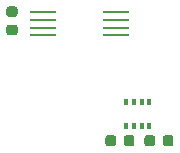
<source format=gbr>
%TF.GenerationSoftware,KiCad,Pcbnew,(5.1.10)-1*%
%TF.CreationDate,2023-09-10T10:41:42-05:00*%
%TF.ProjectId,perovskite_contact_board,7065726f-7673-46b6-9974-655f636f6e74,V3*%
%TF.SameCoordinates,Original*%
%TF.FileFunction,Paste,Bot*%
%TF.FilePolarity,Positive*%
%FSLAX46Y46*%
G04 Gerber Fmt 4.6, Leading zero omitted, Abs format (unit mm)*
G04 Created by KiCad (PCBNEW (5.1.10)-1) date 2023-09-10 10:41:42*
%MOMM*%
%LPD*%
G01*
G04 APERTURE LIST*
%ADD10R,0.350000X0.500000*%
%ADD11R,2.200000X0.220000*%
G04 APERTURE END LIST*
D10*
%TO.C,U7*%
X166919000Y-119135000D03*
X167569000Y-119135000D03*
X168219000Y-119135000D03*
X168869000Y-119135000D03*
X168869000Y-117085000D03*
X168219000Y-117085000D03*
X167569000Y-117085000D03*
X166919000Y-117085000D03*
%TD*%
%TO.C,C5*%
G36*
G01*
X156976000Y-110561000D02*
X157476000Y-110561000D01*
G75*
G02*
X157701000Y-110786000I0J-225000D01*
G01*
X157701000Y-111236000D01*
G75*
G02*
X157476000Y-111461000I-225000J0D01*
G01*
X156976000Y-111461000D01*
G75*
G02*
X156751000Y-111236000I0J225000D01*
G01*
X156751000Y-110786000D01*
G75*
G02*
X156976000Y-110561000I225000J0D01*
G01*
G37*
G36*
G01*
X156976000Y-109011000D02*
X157476000Y-109011000D01*
G75*
G02*
X157701000Y-109236000I0J-225000D01*
G01*
X157701000Y-109686000D01*
G75*
G02*
X157476000Y-109911000I-225000J0D01*
G01*
X156976000Y-109911000D01*
G75*
G02*
X156751000Y-109686000I0J225000D01*
G01*
X156751000Y-109236000D01*
G75*
G02*
X156976000Y-109011000I225000J0D01*
G01*
G37*
%TD*%
%TO.C,C2*%
G36*
G01*
X169997000Y-120646000D02*
X169997000Y-120146000D01*
G75*
G02*
X170222000Y-119921000I225000J0D01*
G01*
X170672000Y-119921000D01*
G75*
G02*
X170897000Y-120146000I0J-225000D01*
G01*
X170897000Y-120646000D01*
G75*
G02*
X170672000Y-120871000I-225000J0D01*
G01*
X170222000Y-120871000D01*
G75*
G02*
X169997000Y-120646000I0J225000D01*
G01*
G37*
G36*
G01*
X168447000Y-120646000D02*
X168447000Y-120146000D01*
G75*
G02*
X168672000Y-119921000I225000J0D01*
G01*
X169122000Y-119921000D01*
G75*
G02*
X169347000Y-120146000I0J-225000D01*
G01*
X169347000Y-120646000D01*
G75*
G02*
X169122000Y-120871000I-225000J0D01*
G01*
X168672000Y-120871000D01*
G75*
G02*
X168447000Y-120646000I0J225000D01*
G01*
G37*
%TD*%
%TO.C,C1*%
G36*
G01*
X166045000Y-120146000D02*
X166045000Y-120646000D01*
G75*
G02*
X165820000Y-120871000I-225000J0D01*
G01*
X165370000Y-120871000D01*
G75*
G02*
X165145000Y-120646000I0J225000D01*
G01*
X165145000Y-120146000D01*
G75*
G02*
X165370000Y-119921000I225000J0D01*
G01*
X165820000Y-119921000D01*
G75*
G02*
X166045000Y-120146000I0J-225000D01*
G01*
G37*
G36*
G01*
X167595000Y-120146000D02*
X167595000Y-120646000D01*
G75*
G02*
X167370000Y-120871000I-225000J0D01*
G01*
X166920000Y-120871000D01*
G75*
G02*
X166695000Y-120646000I0J225000D01*
G01*
X166695000Y-120146000D01*
G75*
G02*
X166920000Y-119921000I225000J0D01*
G01*
X167370000Y-119921000D01*
G75*
G02*
X167595000Y-120146000I0J-225000D01*
G01*
G37*
%TD*%
D11*
%TO.C,U6*%
X159841000Y-109515000D03*
X166041000Y-109515000D03*
X159841000Y-110165000D03*
X166041000Y-110165000D03*
X159841000Y-110815000D03*
X166041000Y-110815000D03*
X159841000Y-111465000D03*
X166041000Y-111465000D03*
%TD*%
M02*

</source>
